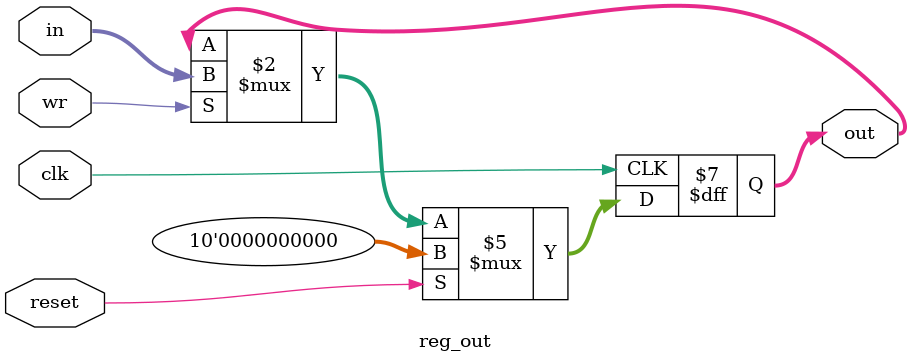
<source format=sv>
module reg_out (input logic [9:0] in, input logic clk, reset,wr, output logic [9:0] out);

always_ff @(posedge clk)
begin
    if (reset)
    begin
        out <= 0;
    end
    else
    begin
        if (wr)
        begin
            out <= in;
        end
    end
end

endmodule
</source>
